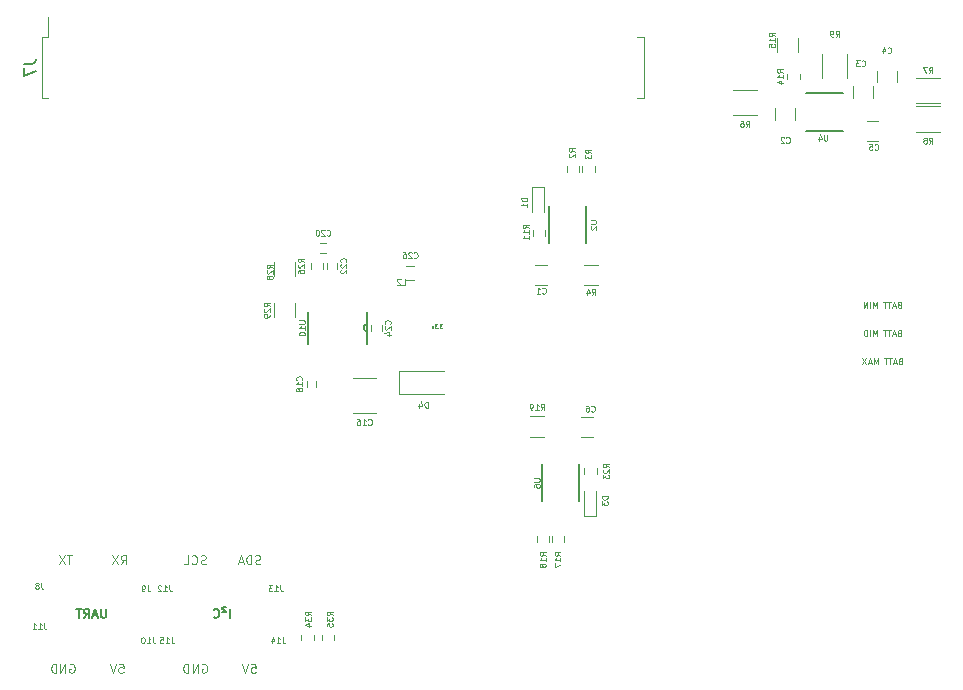
<source format=gbo>
G04 #@! TF.GenerationSoftware,KiCad,Pcbnew,(2017-02-06 revision 13395d34d)-master*
G04 #@! TF.CreationDate,2017-04-12T16:15:42-03:00*
G04 #@! TF.ProjectId,resin-rover,726573696E2D726F7665722E6B696361,rev?*
G04 #@! TF.FileFunction,Legend,Bot*
G04 #@! TF.FilePolarity,Positive*
%FSLAX46Y46*%
G04 Gerber Fmt 4.6, Leading zero omitted, Abs format (unit mm)*
G04 Created by KiCad (PCBNEW (2017-02-06 revision 13395d34d)-master) date Wed Apr 12 16:15:42 2017*
%MOMM*%
%LPD*%
G01*
G04 APERTURE LIST*
%ADD10C,0.100000*%
%ADD11C,0.125000*%
%ADD12C,0.187500*%
%ADD13C,0.152400*%
%ADD14C,0.120000*%
%ADD15C,0.150000*%
%ADD16C,0.075000*%
G04 APERTURE END LIST*
D10*
D11*
X152688095Y-83364285D02*
X152616666Y-83388095D01*
X152592857Y-83411904D01*
X152569047Y-83459523D01*
X152569047Y-83530952D01*
X152592857Y-83578571D01*
X152616666Y-83602380D01*
X152664285Y-83626190D01*
X152854761Y-83626190D01*
X152854761Y-83126190D01*
X152688095Y-83126190D01*
X152640476Y-83150000D01*
X152616666Y-83173809D01*
X152592857Y-83221428D01*
X152592857Y-83269047D01*
X152616666Y-83316666D01*
X152640476Y-83340476D01*
X152688095Y-83364285D01*
X152854761Y-83364285D01*
X152378571Y-83483333D02*
X152140476Y-83483333D01*
X152426190Y-83626190D02*
X152259523Y-83126190D01*
X152092857Y-83626190D01*
X151997619Y-83126190D02*
X151711904Y-83126190D01*
X151854761Y-83626190D02*
X151854761Y-83126190D01*
X151616666Y-83126190D02*
X151330952Y-83126190D01*
X151473809Y-83626190D02*
X151473809Y-83126190D01*
X150783333Y-83626190D02*
X150783333Y-83126190D01*
X150616666Y-83483333D01*
X150450000Y-83126190D01*
X150450000Y-83626190D01*
X150235714Y-83483333D02*
X149997619Y-83483333D01*
X150283333Y-83626190D02*
X150116666Y-83126190D01*
X149950000Y-83626190D01*
X149830952Y-83126190D02*
X149497619Y-83626190D01*
X149497619Y-83126190D02*
X149830952Y-83626190D01*
X152616666Y-78564285D02*
X152545238Y-78588095D01*
X152521428Y-78611904D01*
X152497619Y-78659523D01*
X152497619Y-78730952D01*
X152521428Y-78778571D01*
X152545238Y-78802380D01*
X152592857Y-78826190D01*
X152783333Y-78826190D01*
X152783333Y-78326190D01*
X152616666Y-78326190D01*
X152569047Y-78350000D01*
X152545238Y-78373809D01*
X152521428Y-78421428D01*
X152521428Y-78469047D01*
X152545238Y-78516666D01*
X152569047Y-78540476D01*
X152616666Y-78564285D01*
X152783333Y-78564285D01*
X152307142Y-78683333D02*
X152069047Y-78683333D01*
X152354761Y-78826190D02*
X152188095Y-78326190D01*
X152021428Y-78826190D01*
X151926190Y-78326190D02*
X151640476Y-78326190D01*
X151783333Y-78826190D02*
X151783333Y-78326190D01*
X151545238Y-78326190D02*
X151259523Y-78326190D01*
X151402380Y-78826190D02*
X151402380Y-78326190D01*
X150711904Y-78826190D02*
X150711904Y-78326190D01*
X150545238Y-78683333D01*
X150378571Y-78326190D01*
X150378571Y-78826190D01*
X150140476Y-78826190D02*
X150140476Y-78326190D01*
X149902380Y-78826190D02*
X149902380Y-78326190D01*
X149616666Y-78826190D01*
X149616666Y-78326190D01*
X152604761Y-80964285D02*
X152533333Y-80988095D01*
X152509523Y-81011904D01*
X152485714Y-81059523D01*
X152485714Y-81130952D01*
X152509523Y-81178571D01*
X152533333Y-81202380D01*
X152580952Y-81226190D01*
X152771428Y-81226190D01*
X152771428Y-80726190D01*
X152604761Y-80726190D01*
X152557142Y-80750000D01*
X152533333Y-80773809D01*
X152509523Y-80821428D01*
X152509523Y-80869047D01*
X152533333Y-80916666D01*
X152557142Y-80940476D01*
X152604761Y-80964285D01*
X152771428Y-80964285D01*
X152295238Y-81083333D02*
X152057142Y-81083333D01*
X152342857Y-81226190D02*
X152176190Y-80726190D01*
X152009523Y-81226190D01*
X151914285Y-80726190D02*
X151628571Y-80726190D01*
X151771428Y-81226190D02*
X151771428Y-80726190D01*
X151533333Y-80726190D02*
X151247619Y-80726190D01*
X151390476Y-81226190D02*
X151390476Y-80726190D01*
X150700000Y-81226190D02*
X150700000Y-80726190D01*
X150533333Y-81083333D01*
X150366666Y-80726190D01*
X150366666Y-81226190D01*
X150128571Y-81226190D02*
X150128571Y-80726190D01*
X149890476Y-81226190D02*
X149890476Y-80726190D01*
X149771428Y-80726190D01*
X149700000Y-80750000D01*
X149652380Y-80797619D01*
X149628571Y-80845238D01*
X149604761Y-80940476D01*
X149604761Y-81011904D01*
X149628571Y-81107142D01*
X149652380Y-81154761D01*
X149700000Y-81202380D01*
X149771428Y-81226190D01*
X149890476Y-81226190D01*
D12*
X85446428Y-104339285D02*
X85446428Y-104946428D01*
X85410714Y-105017857D01*
X85375000Y-105053571D01*
X85303571Y-105089285D01*
X85160714Y-105089285D01*
X85089285Y-105053571D01*
X85053571Y-105017857D01*
X85017857Y-104946428D01*
X85017857Y-104339285D01*
X84696428Y-104875000D02*
X84339285Y-104875000D01*
X84767857Y-105089285D02*
X84517857Y-104339285D01*
X84267857Y-105089285D01*
X83589285Y-105089285D02*
X83839285Y-104732142D01*
X84017857Y-105089285D02*
X84017857Y-104339285D01*
X83732142Y-104339285D01*
X83660714Y-104375000D01*
X83625000Y-104410714D01*
X83589285Y-104482142D01*
X83589285Y-104589285D01*
X83625000Y-104660714D01*
X83660714Y-104696428D01*
X83732142Y-104732142D01*
X84017857Y-104732142D01*
X83375000Y-104339285D02*
X82946428Y-104339285D01*
X83160714Y-105089285D02*
X83160714Y-104339285D01*
X95910714Y-105089285D02*
X95910714Y-104339285D01*
X95589285Y-104160714D02*
X95517857Y-104125000D01*
X95410714Y-104125000D01*
X95339285Y-104160714D01*
X95303571Y-104232142D01*
X95303571Y-104303571D01*
X95339285Y-104375000D01*
X95589285Y-104625000D01*
X95303571Y-104625000D01*
X94553571Y-105017857D02*
X94589285Y-105053571D01*
X94696428Y-105089285D01*
X94767857Y-105089285D01*
X94875000Y-105053571D01*
X94946428Y-104982142D01*
X94982142Y-104910714D01*
X95017857Y-104767857D01*
X95017857Y-104660714D01*
X94982142Y-104517857D01*
X94946428Y-104446428D01*
X94875000Y-104375000D01*
X94767857Y-104339285D01*
X94696428Y-104339285D01*
X94589285Y-104375000D01*
X94553571Y-104410714D01*
D11*
X98510714Y-100503571D02*
X98403571Y-100539285D01*
X98225000Y-100539285D01*
X98153571Y-100503571D01*
X98117857Y-100467857D01*
X98082142Y-100396428D01*
X98082142Y-100325000D01*
X98117857Y-100253571D01*
X98153571Y-100217857D01*
X98225000Y-100182142D01*
X98367857Y-100146428D01*
X98439285Y-100110714D01*
X98475000Y-100075000D01*
X98510714Y-100003571D01*
X98510714Y-99932142D01*
X98475000Y-99860714D01*
X98439285Y-99825000D01*
X98367857Y-99789285D01*
X98189285Y-99789285D01*
X98082142Y-99825000D01*
X97760714Y-100539285D02*
X97760714Y-99789285D01*
X97582142Y-99789285D01*
X97475000Y-99825000D01*
X97403571Y-99896428D01*
X97367857Y-99967857D01*
X97332142Y-100110714D01*
X97332142Y-100217857D01*
X97367857Y-100360714D01*
X97403571Y-100432142D01*
X97475000Y-100503571D01*
X97582142Y-100539285D01*
X97760714Y-100539285D01*
X97046428Y-100325000D02*
X96689285Y-100325000D01*
X97117857Y-100539285D02*
X96867857Y-99789285D01*
X96617857Y-100539285D01*
X93892857Y-100503571D02*
X93785714Y-100539285D01*
X93607142Y-100539285D01*
X93535714Y-100503571D01*
X93500000Y-100467857D01*
X93464285Y-100396428D01*
X93464285Y-100325000D01*
X93500000Y-100253571D01*
X93535714Y-100217857D01*
X93607142Y-100182142D01*
X93750000Y-100146428D01*
X93821428Y-100110714D01*
X93857142Y-100075000D01*
X93892857Y-100003571D01*
X93892857Y-99932142D01*
X93857142Y-99860714D01*
X93821428Y-99825000D01*
X93750000Y-99789285D01*
X93571428Y-99789285D01*
X93464285Y-99825000D01*
X92714285Y-100467857D02*
X92750000Y-100503571D01*
X92857142Y-100539285D01*
X92928571Y-100539285D01*
X93035714Y-100503571D01*
X93107142Y-100432142D01*
X93142857Y-100360714D01*
X93178571Y-100217857D01*
X93178571Y-100110714D01*
X93142857Y-99967857D01*
X93107142Y-99896428D01*
X93035714Y-99825000D01*
X92928571Y-99789285D01*
X92857142Y-99789285D01*
X92750000Y-99825000D01*
X92714285Y-99860714D01*
X92035714Y-100539285D02*
X92392857Y-100539285D01*
X92392857Y-99789285D01*
X93571428Y-109025000D02*
X93642857Y-108989285D01*
X93750000Y-108989285D01*
X93857142Y-109025000D01*
X93928571Y-109096428D01*
X93964285Y-109167857D01*
X94000000Y-109310714D01*
X94000000Y-109417857D01*
X93964285Y-109560714D01*
X93928571Y-109632142D01*
X93857142Y-109703571D01*
X93750000Y-109739285D01*
X93678571Y-109739285D01*
X93571428Y-109703571D01*
X93535714Y-109667857D01*
X93535714Y-109417857D01*
X93678571Y-109417857D01*
X93214285Y-109739285D02*
X93214285Y-108989285D01*
X92785714Y-109739285D01*
X92785714Y-108989285D01*
X92428571Y-109739285D02*
X92428571Y-108989285D01*
X92250000Y-108989285D01*
X92142857Y-109025000D01*
X92071428Y-109096428D01*
X92035714Y-109167857D01*
X92000000Y-109310714D01*
X92000000Y-109417857D01*
X92035714Y-109560714D01*
X92071428Y-109632142D01*
X92142857Y-109703571D01*
X92250000Y-109739285D01*
X92428571Y-109739285D01*
X97742857Y-108989285D02*
X98100000Y-108989285D01*
X98135714Y-109346428D01*
X98100000Y-109310714D01*
X98028571Y-109275000D01*
X97850000Y-109275000D01*
X97778571Y-109310714D01*
X97742857Y-109346428D01*
X97707142Y-109417857D01*
X97707142Y-109596428D01*
X97742857Y-109667857D01*
X97778571Y-109703571D01*
X97850000Y-109739285D01*
X98028571Y-109739285D01*
X98100000Y-109703571D01*
X98135714Y-109667857D01*
X97492857Y-108989285D02*
X97242857Y-109739285D01*
X96992857Y-108989285D01*
X82371428Y-109025000D02*
X82442857Y-108989285D01*
X82550000Y-108989285D01*
X82657142Y-109025000D01*
X82728571Y-109096428D01*
X82764285Y-109167857D01*
X82800000Y-109310714D01*
X82800000Y-109417857D01*
X82764285Y-109560714D01*
X82728571Y-109632142D01*
X82657142Y-109703571D01*
X82550000Y-109739285D01*
X82478571Y-109739285D01*
X82371428Y-109703571D01*
X82335714Y-109667857D01*
X82335714Y-109417857D01*
X82478571Y-109417857D01*
X82014285Y-109739285D02*
X82014285Y-108989285D01*
X81585714Y-109739285D01*
X81585714Y-108989285D01*
X81228571Y-109739285D02*
X81228571Y-108989285D01*
X81050000Y-108989285D01*
X80942857Y-109025000D01*
X80871428Y-109096428D01*
X80835714Y-109167857D01*
X80800000Y-109310714D01*
X80800000Y-109417857D01*
X80835714Y-109560714D01*
X80871428Y-109632142D01*
X80942857Y-109703571D01*
X81050000Y-109739285D01*
X81228571Y-109739285D01*
X86542857Y-108989285D02*
X86900000Y-108989285D01*
X86935714Y-109346428D01*
X86900000Y-109310714D01*
X86828571Y-109275000D01*
X86650000Y-109275000D01*
X86578571Y-109310714D01*
X86542857Y-109346428D01*
X86507142Y-109417857D01*
X86507142Y-109596428D01*
X86542857Y-109667857D01*
X86578571Y-109703571D01*
X86650000Y-109739285D01*
X86828571Y-109739285D01*
X86900000Y-109703571D01*
X86935714Y-109667857D01*
X86292857Y-108989285D02*
X86042857Y-109739285D01*
X85792857Y-108989285D01*
X86725000Y-100539285D02*
X86975000Y-100182142D01*
X87153571Y-100539285D02*
X87153571Y-99789285D01*
X86867857Y-99789285D01*
X86796428Y-99825000D01*
X86760714Y-99860714D01*
X86725000Y-99932142D01*
X86725000Y-100039285D01*
X86760714Y-100110714D01*
X86796428Y-100146428D01*
X86867857Y-100182142D01*
X87153571Y-100182142D01*
X86475000Y-99789285D02*
X85975000Y-100539285D01*
X85975000Y-99789285D02*
X86475000Y-100539285D01*
X82571428Y-99789285D02*
X82142857Y-99789285D01*
X82357142Y-100539285D02*
X82357142Y-99789285D01*
X81964285Y-99789285D02*
X81464285Y-100539285D01*
X81464285Y-99789285D02*
X81964285Y-100539285D01*
D13*
X126049400Y-70250600D02*
X126049400Y-73349400D01*
X122950600Y-73349400D02*
X122950600Y-70250600D01*
X122400600Y-95199400D02*
X122400600Y-92100600D01*
X125499400Y-92100600D02*
X125499400Y-95199400D01*
D14*
X121750000Y-75200000D02*
X122750000Y-75200000D01*
X122750000Y-76900000D02*
X121750000Y-76900000D01*
X143800000Y-61950000D02*
X143800000Y-62950000D01*
X142100000Y-62950000D02*
X142100000Y-61950000D01*
X150400000Y-60050000D02*
X150400000Y-61050000D01*
X148700000Y-61050000D02*
X148700000Y-60050000D01*
X152400000Y-58750000D02*
X152400000Y-59750000D01*
X150700000Y-59750000D02*
X150700000Y-58750000D01*
X150850000Y-64700000D02*
X149850000Y-64700000D01*
X149850000Y-63000000D02*
X150850000Y-63000000D01*
X126700000Y-89750000D02*
X125700000Y-89750000D01*
X125700000Y-88050000D02*
X126700000Y-88050000D01*
X106325000Y-84795000D02*
X108325000Y-84795000D01*
X108325000Y-87755000D02*
X106325000Y-87755000D01*
X102425000Y-85025000D02*
X102425000Y-85525000D01*
X103225000Y-85525000D02*
X103225000Y-85025000D01*
X103575000Y-74175000D02*
X104075000Y-74175000D01*
X104075000Y-73375000D02*
X103575000Y-73375000D01*
X104175000Y-75025000D02*
X104175000Y-75525000D01*
X104975000Y-75525000D02*
X104975000Y-75025000D01*
X107855000Y-80775000D02*
X107855000Y-80275000D01*
X108795000Y-80275000D02*
X108795000Y-80775000D01*
X110850000Y-76500000D02*
X111550000Y-76500000D01*
X111550000Y-75300000D02*
X110850000Y-75300000D01*
X121500000Y-68600000D02*
X122500000Y-68600000D01*
X122500000Y-68600000D02*
X122500000Y-70700000D01*
X121500000Y-68600000D02*
X121500000Y-70700000D01*
X126950000Y-96450000D02*
X125950000Y-96450000D01*
X125950000Y-96450000D02*
X125950000Y-94350000D01*
X126950000Y-96450000D02*
X126950000Y-94350000D01*
X110250000Y-86150000D02*
X114100000Y-86150000D01*
X110250000Y-84150000D02*
X114100000Y-84150000D01*
X110250000Y-86150000D02*
X110250000Y-84150000D01*
X80570000Y-54230000D02*
X80570000Y-55900000D01*
X130960000Y-61100000D02*
X130430000Y-61100000D01*
X130960000Y-55900000D02*
X130960000Y-61100000D01*
X130430000Y-55900000D02*
X130960000Y-55900000D01*
X80040000Y-61100000D02*
X80570000Y-61100000D01*
X80040000Y-55900000D02*
X80040000Y-61100000D01*
X80570000Y-55900000D02*
X80040000Y-55900000D01*
X124470000Y-67350000D02*
X124470000Y-66850000D01*
X125530000Y-66850000D02*
X125530000Y-67350000D01*
X126830000Y-66850000D02*
X126830000Y-67350000D01*
X125770000Y-67350000D02*
X125770000Y-66850000D01*
X127100000Y-75170000D02*
X125900000Y-75170000D01*
X125900000Y-76930000D02*
X127100000Y-76930000D01*
X138550000Y-62520000D02*
X140550000Y-62520000D01*
X140550000Y-60380000D02*
X138550000Y-60380000D01*
X156050000Y-59380000D02*
X154050000Y-59380000D01*
X154050000Y-61520000D02*
X156050000Y-61520000D01*
X156050000Y-61780000D02*
X154050000Y-61780000D01*
X154050000Y-63920000D02*
X156050000Y-63920000D01*
X148220000Y-59350000D02*
X148220000Y-57350000D01*
X146080000Y-57350000D02*
X146080000Y-59350000D01*
X121570000Y-72750000D02*
X121570000Y-72250000D01*
X122630000Y-72250000D02*
X122630000Y-72750000D01*
X143120000Y-59500000D02*
X143120000Y-59000000D01*
X144180000Y-59000000D02*
X144180000Y-59500000D01*
X144030000Y-57150000D02*
X144030000Y-55950000D01*
X142270000Y-55950000D02*
X142270000Y-57150000D01*
X123170000Y-98650000D02*
X123170000Y-98150000D01*
X124230000Y-98150000D02*
X124230000Y-98650000D01*
X122980000Y-98150000D02*
X122980000Y-98650000D01*
X121920000Y-98650000D02*
X121920000Y-98150000D01*
X121350000Y-89780000D02*
X122550000Y-89780000D01*
X122550000Y-88020000D02*
X121350000Y-88020000D01*
X125920000Y-92900000D02*
X125920000Y-92400000D01*
X126980000Y-92400000D02*
X126980000Y-92900000D01*
X102795000Y-75525000D02*
X102795000Y-75025000D01*
X103855000Y-75025000D02*
X103855000Y-75525000D01*
X101455000Y-76125000D02*
X101455000Y-74925000D01*
X99695000Y-74925000D02*
X99695000Y-76125000D01*
X99695000Y-78425000D02*
X99695000Y-79625000D01*
X101455000Y-79625000D02*
X101455000Y-78425000D01*
X103030000Y-106500000D02*
X103030000Y-107000000D01*
X101970000Y-107000000D02*
X101970000Y-106500000D01*
X103720000Y-107000000D02*
X103720000Y-106500000D01*
X104780000Y-106500000D02*
X104780000Y-107000000D01*
D13*
X147874800Y-63824800D02*
X144725200Y-63824800D01*
X144725200Y-60675200D02*
X147874800Y-60675200D01*
X102585800Y-81896600D02*
X102585800Y-79153400D01*
X107564200Y-79153400D02*
X107564200Y-80220200D01*
X107564200Y-80220200D02*
X107564200Y-80829800D01*
X107564200Y-80829800D02*
X107564200Y-81896600D01*
X107564200Y-80220200D02*
G75*
G03X107564200Y-80829800I0J-304800D01*
G01*
D11*
X126476190Y-71419047D02*
X126880952Y-71419047D01*
X126928571Y-71442857D01*
X126952380Y-71466666D01*
X126976190Y-71514285D01*
X126976190Y-71609523D01*
X126952380Y-71657142D01*
X126928571Y-71680952D01*
X126880952Y-71704761D01*
X126476190Y-71704761D01*
X126523809Y-71919047D02*
X126500000Y-71942857D01*
X126476190Y-71990476D01*
X126476190Y-72109523D01*
X126500000Y-72157142D01*
X126523809Y-72180952D01*
X126571428Y-72204761D01*
X126619047Y-72204761D01*
X126690476Y-72180952D01*
X126976190Y-71895238D01*
X126976190Y-72204761D01*
X121676190Y-93269047D02*
X122080952Y-93269047D01*
X122128571Y-93292857D01*
X122152380Y-93316666D01*
X122176190Y-93364285D01*
X122176190Y-93459523D01*
X122152380Y-93507142D01*
X122128571Y-93530952D01*
X122080952Y-93554761D01*
X121676190Y-93554761D01*
X121676190Y-94007142D02*
X121676190Y-93911904D01*
X121700000Y-93864285D01*
X121723809Y-93840476D01*
X121795238Y-93792857D01*
X121890476Y-93769047D01*
X122080952Y-93769047D01*
X122128571Y-93792857D01*
X122152380Y-93816666D01*
X122176190Y-93864285D01*
X122176190Y-93959523D01*
X122152380Y-94007142D01*
X122128571Y-94030952D01*
X122080952Y-94054761D01*
X121961904Y-94054761D01*
X121914285Y-94030952D01*
X121890476Y-94007142D01*
X121866666Y-93959523D01*
X121866666Y-93864285D01*
X121890476Y-93816666D01*
X121914285Y-93792857D01*
X121961904Y-93769047D01*
X122383333Y-77578571D02*
X122407142Y-77602380D01*
X122478571Y-77626190D01*
X122526190Y-77626190D01*
X122597619Y-77602380D01*
X122645238Y-77554761D01*
X122669047Y-77507142D01*
X122692857Y-77411904D01*
X122692857Y-77340476D01*
X122669047Y-77245238D01*
X122645238Y-77197619D01*
X122597619Y-77150000D01*
X122526190Y-77126190D01*
X122478571Y-77126190D01*
X122407142Y-77150000D01*
X122383333Y-77173809D01*
X121907142Y-77626190D02*
X122192857Y-77626190D01*
X122050000Y-77626190D02*
X122050000Y-77126190D01*
X122097619Y-77197619D01*
X122145238Y-77245238D01*
X122192857Y-77269047D01*
X143033333Y-64828571D02*
X143057142Y-64852380D01*
X143128571Y-64876190D01*
X143176190Y-64876190D01*
X143247619Y-64852380D01*
X143295238Y-64804761D01*
X143319047Y-64757142D01*
X143342857Y-64661904D01*
X143342857Y-64590476D01*
X143319047Y-64495238D01*
X143295238Y-64447619D01*
X143247619Y-64400000D01*
X143176190Y-64376190D01*
X143128571Y-64376190D01*
X143057142Y-64400000D01*
X143033333Y-64423809D01*
X142842857Y-64423809D02*
X142819047Y-64400000D01*
X142771428Y-64376190D01*
X142652380Y-64376190D01*
X142604761Y-64400000D01*
X142580952Y-64423809D01*
X142557142Y-64471428D01*
X142557142Y-64519047D01*
X142580952Y-64590476D01*
X142866666Y-64876190D01*
X142557142Y-64876190D01*
X149433333Y-58328571D02*
X149457142Y-58352380D01*
X149528571Y-58376190D01*
X149576190Y-58376190D01*
X149647619Y-58352380D01*
X149695238Y-58304761D01*
X149719047Y-58257142D01*
X149742857Y-58161904D01*
X149742857Y-58090476D01*
X149719047Y-57995238D01*
X149695238Y-57947619D01*
X149647619Y-57900000D01*
X149576190Y-57876190D01*
X149528571Y-57876190D01*
X149457142Y-57900000D01*
X149433333Y-57923809D01*
X149266666Y-57876190D02*
X148957142Y-57876190D01*
X149123809Y-58066666D01*
X149052380Y-58066666D01*
X149004761Y-58090476D01*
X148980952Y-58114285D01*
X148957142Y-58161904D01*
X148957142Y-58280952D01*
X148980952Y-58328571D01*
X149004761Y-58352380D01*
X149052380Y-58376190D01*
X149195238Y-58376190D01*
X149242857Y-58352380D01*
X149266666Y-58328571D01*
X151633333Y-57228571D02*
X151657142Y-57252380D01*
X151728571Y-57276190D01*
X151776190Y-57276190D01*
X151847619Y-57252380D01*
X151895238Y-57204761D01*
X151919047Y-57157142D01*
X151942857Y-57061904D01*
X151942857Y-56990476D01*
X151919047Y-56895238D01*
X151895238Y-56847619D01*
X151847619Y-56800000D01*
X151776190Y-56776190D01*
X151728571Y-56776190D01*
X151657142Y-56800000D01*
X151633333Y-56823809D01*
X151204761Y-56942857D02*
X151204761Y-57276190D01*
X151323809Y-56752380D02*
X151442857Y-57109523D01*
X151133333Y-57109523D01*
X150533333Y-65428571D02*
X150557142Y-65452380D01*
X150628571Y-65476190D01*
X150676190Y-65476190D01*
X150747619Y-65452380D01*
X150795238Y-65404761D01*
X150819047Y-65357142D01*
X150842857Y-65261904D01*
X150842857Y-65190476D01*
X150819047Y-65095238D01*
X150795238Y-65047619D01*
X150747619Y-65000000D01*
X150676190Y-64976190D01*
X150628571Y-64976190D01*
X150557142Y-65000000D01*
X150533333Y-65023809D01*
X150080952Y-64976190D02*
X150319047Y-64976190D01*
X150342857Y-65214285D01*
X150319047Y-65190476D01*
X150271428Y-65166666D01*
X150152380Y-65166666D01*
X150104761Y-65190476D01*
X150080952Y-65214285D01*
X150057142Y-65261904D01*
X150057142Y-65380952D01*
X150080952Y-65428571D01*
X150104761Y-65452380D01*
X150152380Y-65476190D01*
X150271428Y-65476190D01*
X150319047Y-65452380D01*
X150342857Y-65428571D01*
X126533333Y-87578571D02*
X126557142Y-87602380D01*
X126628571Y-87626190D01*
X126676190Y-87626190D01*
X126747619Y-87602380D01*
X126795238Y-87554761D01*
X126819047Y-87507142D01*
X126842857Y-87411904D01*
X126842857Y-87340476D01*
X126819047Y-87245238D01*
X126795238Y-87197619D01*
X126747619Y-87150000D01*
X126676190Y-87126190D01*
X126628571Y-87126190D01*
X126557142Y-87150000D01*
X126533333Y-87173809D01*
X126104761Y-87126190D02*
X126200000Y-87126190D01*
X126247619Y-87150000D01*
X126271428Y-87173809D01*
X126319047Y-87245238D01*
X126342857Y-87340476D01*
X126342857Y-87530952D01*
X126319047Y-87578571D01*
X126295238Y-87602380D01*
X126247619Y-87626190D01*
X126152380Y-87626190D01*
X126104761Y-87602380D01*
X126080952Y-87578571D01*
X126057142Y-87530952D01*
X126057142Y-87411904D01*
X126080952Y-87364285D01*
X126104761Y-87340476D01*
X126152380Y-87316666D01*
X126247619Y-87316666D01*
X126295238Y-87340476D01*
X126319047Y-87364285D01*
X126342857Y-87411904D01*
X107646428Y-88703571D02*
X107670238Y-88727380D01*
X107741666Y-88751190D01*
X107789285Y-88751190D01*
X107860714Y-88727380D01*
X107908333Y-88679761D01*
X107932142Y-88632142D01*
X107955952Y-88536904D01*
X107955952Y-88465476D01*
X107932142Y-88370238D01*
X107908333Y-88322619D01*
X107860714Y-88275000D01*
X107789285Y-88251190D01*
X107741666Y-88251190D01*
X107670238Y-88275000D01*
X107646428Y-88298809D01*
X107170238Y-88751190D02*
X107455952Y-88751190D01*
X107313095Y-88751190D02*
X107313095Y-88251190D01*
X107360714Y-88322619D01*
X107408333Y-88370238D01*
X107455952Y-88394047D01*
X106741666Y-88251190D02*
X106836904Y-88251190D01*
X106884523Y-88275000D01*
X106908333Y-88298809D01*
X106955952Y-88370238D01*
X106979761Y-88465476D01*
X106979761Y-88655952D01*
X106955952Y-88703571D01*
X106932142Y-88727380D01*
X106884523Y-88751190D01*
X106789285Y-88751190D01*
X106741666Y-88727380D01*
X106717857Y-88703571D01*
X106694047Y-88655952D01*
X106694047Y-88536904D01*
X106717857Y-88489285D01*
X106741666Y-88465476D01*
X106789285Y-88441666D01*
X106884523Y-88441666D01*
X106932142Y-88465476D01*
X106955952Y-88489285D01*
X106979761Y-88536904D01*
X102003571Y-84953571D02*
X102027380Y-84929761D01*
X102051190Y-84858333D01*
X102051190Y-84810714D01*
X102027380Y-84739285D01*
X101979761Y-84691666D01*
X101932142Y-84667857D01*
X101836904Y-84644047D01*
X101765476Y-84644047D01*
X101670238Y-84667857D01*
X101622619Y-84691666D01*
X101575000Y-84739285D01*
X101551190Y-84810714D01*
X101551190Y-84858333D01*
X101575000Y-84929761D01*
X101598809Y-84953571D01*
X102051190Y-85429761D02*
X102051190Y-85144047D01*
X102051190Y-85286904D02*
X101551190Y-85286904D01*
X101622619Y-85239285D01*
X101670238Y-85191666D01*
X101694047Y-85144047D01*
X101765476Y-85715476D02*
X101741666Y-85667857D01*
X101717857Y-85644047D01*
X101670238Y-85620238D01*
X101646428Y-85620238D01*
X101598809Y-85644047D01*
X101575000Y-85667857D01*
X101551190Y-85715476D01*
X101551190Y-85810714D01*
X101575000Y-85858333D01*
X101598809Y-85882142D01*
X101646428Y-85905952D01*
X101670238Y-85905952D01*
X101717857Y-85882142D01*
X101741666Y-85858333D01*
X101765476Y-85810714D01*
X101765476Y-85715476D01*
X101789285Y-85667857D01*
X101813095Y-85644047D01*
X101860714Y-85620238D01*
X101955952Y-85620238D01*
X102003571Y-85644047D01*
X102027380Y-85667857D01*
X102051190Y-85715476D01*
X102051190Y-85810714D01*
X102027380Y-85858333D01*
X102003571Y-85882142D01*
X101955952Y-85905952D01*
X101860714Y-85905952D01*
X101813095Y-85882142D01*
X101789285Y-85858333D01*
X101765476Y-85810714D01*
X104146428Y-72683571D02*
X104170238Y-72707380D01*
X104241666Y-72731190D01*
X104289285Y-72731190D01*
X104360714Y-72707380D01*
X104408333Y-72659761D01*
X104432142Y-72612142D01*
X104455952Y-72516904D01*
X104455952Y-72445476D01*
X104432142Y-72350238D01*
X104408333Y-72302619D01*
X104360714Y-72255000D01*
X104289285Y-72231190D01*
X104241666Y-72231190D01*
X104170238Y-72255000D01*
X104146428Y-72278809D01*
X103955952Y-72278809D02*
X103932142Y-72255000D01*
X103884523Y-72231190D01*
X103765476Y-72231190D01*
X103717857Y-72255000D01*
X103694047Y-72278809D01*
X103670238Y-72326428D01*
X103670238Y-72374047D01*
X103694047Y-72445476D01*
X103979761Y-72731190D01*
X103670238Y-72731190D01*
X103360714Y-72231190D02*
X103313095Y-72231190D01*
X103265476Y-72255000D01*
X103241666Y-72278809D01*
X103217857Y-72326428D01*
X103194047Y-72421666D01*
X103194047Y-72540714D01*
X103217857Y-72635952D01*
X103241666Y-72683571D01*
X103265476Y-72707380D01*
X103313095Y-72731190D01*
X103360714Y-72731190D01*
X103408333Y-72707380D01*
X103432142Y-72683571D01*
X103455952Y-72635952D01*
X103479761Y-72540714D01*
X103479761Y-72421666D01*
X103455952Y-72326428D01*
X103432142Y-72278809D01*
X103408333Y-72255000D01*
X103360714Y-72231190D01*
X105753571Y-74953571D02*
X105777380Y-74929761D01*
X105801190Y-74858333D01*
X105801190Y-74810714D01*
X105777380Y-74739285D01*
X105729761Y-74691666D01*
X105682142Y-74667857D01*
X105586904Y-74644047D01*
X105515476Y-74644047D01*
X105420238Y-74667857D01*
X105372619Y-74691666D01*
X105325000Y-74739285D01*
X105301190Y-74810714D01*
X105301190Y-74858333D01*
X105325000Y-74929761D01*
X105348809Y-74953571D01*
X105348809Y-75144047D02*
X105325000Y-75167857D01*
X105301190Y-75215476D01*
X105301190Y-75334523D01*
X105325000Y-75382142D01*
X105348809Y-75405952D01*
X105396428Y-75429761D01*
X105444047Y-75429761D01*
X105515476Y-75405952D01*
X105801190Y-75120238D01*
X105801190Y-75429761D01*
X105348809Y-75620238D02*
X105325000Y-75644047D01*
X105301190Y-75691666D01*
X105301190Y-75810714D01*
X105325000Y-75858333D01*
X105348809Y-75882142D01*
X105396428Y-75905952D01*
X105444047Y-75905952D01*
X105515476Y-75882142D01*
X105801190Y-75596428D01*
X105801190Y-75905952D01*
X109503571Y-80203571D02*
X109527380Y-80179761D01*
X109551190Y-80108333D01*
X109551190Y-80060714D01*
X109527380Y-79989285D01*
X109479761Y-79941666D01*
X109432142Y-79917857D01*
X109336904Y-79894047D01*
X109265476Y-79894047D01*
X109170238Y-79917857D01*
X109122619Y-79941666D01*
X109075000Y-79989285D01*
X109051190Y-80060714D01*
X109051190Y-80108333D01*
X109075000Y-80179761D01*
X109098809Y-80203571D01*
X109098809Y-80394047D02*
X109075000Y-80417857D01*
X109051190Y-80465476D01*
X109051190Y-80584523D01*
X109075000Y-80632142D01*
X109098809Y-80655952D01*
X109146428Y-80679761D01*
X109194047Y-80679761D01*
X109265476Y-80655952D01*
X109551190Y-80370238D01*
X109551190Y-80679761D01*
X109217857Y-81108333D02*
X109551190Y-81108333D01*
X109027380Y-80989285D02*
X109384523Y-80870238D01*
X109384523Y-81179761D01*
X111521428Y-74578571D02*
X111545238Y-74602380D01*
X111616666Y-74626190D01*
X111664285Y-74626190D01*
X111735714Y-74602380D01*
X111783333Y-74554761D01*
X111807142Y-74507142D01*
X111830952Y-74411904D01*
X111830952Y-74340476D01*
X111807142Y-74245238D01*
X111783333Y-74197619D01*
X111735714Y-74150000D01*
X111664285Y-74126190D01*
X111616666Y-74126190D01*
X111545238Y-74150000D01*
X111521428Y-74173809D01*
X111330952Y-74173809D02*
X111307142Y-74150000D01*
X111259523Y-74126190D01*
X111140476Y-74126190D01*
X111092857Y-74150000D01*
X111069047Y-74173809D01*
X111045238Y-74221428D01*
X111045238Y-74269047D01*
X111069047Y-74340476D01*
X111354761Y-74626190D01*
X111045238Y-74626190D01*
X110616666Y-74126190D02*
X110711904Y-74126190D01*
X110759523Y-74150000D01*
X110783333Y-74173809D01*
X110830952Y-74245238D01*
X110854761Y-74340476D01*
X110854761Y-74530952D01*
X110830952Y-74578571D01*
X110807142Y-74602380D01*
X110759523Y-74626190D01*
X110664285Y-74626190D01*
X110616666Y-74602380D01*
X110592857Y-74578571D01*
X110569047Y-74530952D01*
X110569047Y-74411904D01*
X110592857Y-74364285D01*
X110616666Y-74340476D01*
X110664285Y-74316666D01*
X110759523Y-74316666D01*
X110807142Y-74340476D01*
X110830952Y-74364285D01*
X110854761Y-74411904D01*
X121126190Y-69530952D02*
X120626190Y-69530952D01*
X120626190Y-69650000D01*
X120650000Y-69721428D01*
X120697619Y-69769047D01*
X120745238Y-69792857D01*
X120840476Y-69816666D01*
X120911904Y-69816666D01*
X121007142Y-69792857D01*
X121054761Y-69769047D01*
X121102380Y-69721428D01*
X121126190Y-69650000D01*
X121126190Y-69530952D01*
X121126190Y-70292857D02*
X121126190Y-70007142D01*
X121126190Y-70150000D02*
X120626190Y-70150000D01*
X120697619Y-70102380D01*
X120745238Y-70054761D01*
X120769047Y-70007142D01*
X127926190Y-94780952D02*
X127426190Y-94780952D01*
X127426190Y-94900000D01*
X127450000Y-94971428D01*
X127497619Y-95019047D01*
X127545238Y-95042857D01*
X127640476Y-95066666D01*
X127711904Y-95066666D01*
X127807142Y-95042857D01*
X127854761Y-95019047D01*
X127902380Y-94971428D01*
X127926190Y-94900000D01*
X127926190Y-94780952D01*
X127426190Y-95233333D02*
X127426190Y-95542857D01*
X127616666Y-95376190D01*
X127616666Y-95447619D01*
X127640476Y-95495238D01*
X127664285Y-95519047D01*
X127711904Y-95542857D01*
X127830952Y-95542857D01*
X127878571Y-95519047D01*
X127902380Y-95495238D01*
X127926190Y-95447619D01*
X127926190Y-95304761D01*
X127902380Y-95257142D01*
X127878571Y-95233333D01*
X112692047Y-87281190D02*
X112692047Y-86781190D01*
X112573000Y-86781190D01*
X112501571Y-86805000D01*
X112453952Y-86852619D01*
X112430142Y-86900238D01*
X112406333Y-86995476D01*
X112406333Y-87066904D01*
X112430142Y-87162142D01*
X112453952Y-87209761D01*
X112501571Y-87257380D01*
X112573000Y-87281190D01*
X112692047Y-87281190D01*
X111977761Y-86947857D02*
X111977761Y-87281190D01*
X112096809Y-86757380D02*
X112215857Y-87114523D01*
X111906333Y-87114523D01*
D15*
X78492380Y-58166666D02*
X79206666Y-58166666D01*
X79349523Y-58119047D01*
X79444761Y-58023809D01*
X79492380Y-57880952D01*
X79492380Y-57785714D01*
X78492380Y-58547619D02*
X78492380Y-59214285D01*
X79492380Y-58785714D01*
D11*
X110533333Y-76876190D02*
X110771428Y-76876190D01*
X110771428Y-76376190D01*
X110390476Y-76423809D02*
X110366666Y-76400000D01*
X110319047Y-76376190D01*
X110200000Y-76376190D01*
X110152380Y-76400000D01*
X110128571Y-76423809D01*
X110104761Y-76471428D01*
X110104761Y-76519047D01*
X110128571Y-76590476D01*
X110414285Y-76876190D01*
X110104761Y-76876190D01*
D16*
X113900000Y-80235714D02*
X113714285Y-80235714D01*
X113814285Y-80350000D01*
X113771428Y-80350000D01*
X113742857Y-80364285D01*
X113728571Y-80378571D01*
X113714285Y-80407142D01*
X113714285Y-80478571D01*
X113728571Y-80507142D01*
X113742857Y-80521428D01*
X113771428Y-80535714D01*
X113857142Y-80535714D01*
X113885714Y-80521428D01*
X113900000Y-80507142D01*
X113585714Y-80507142D02*
X113571428Y-80521428D01*
X113585714Y-80535714D01*
X113600000Y-80521428D01*
X113585714Y-80507142D01*
X113585714Y-80535714D01*
X113471428Y-80235714D02*
X113285714Y-80235714D01*
X113385714Y-80350000D01*
X113342857Y-80350000D01*
X113314285Y-80364285D01*
X113300000Y-80378571D01*
X113285714Y-80407142D01*
X113285714Y-80478571D01*
X113300000Y-80507142D01*
X113314285Y-80521428D01*
X113342857Y-80535714D01*
X113428571Y-80535714D01*
X113457142Y-80521428D01*
X113471428Y-80507142D01*
X113028571Y-80335714D02*
X113028571Y-80535714D01*
X113157142Y-80335714D02*
X113157142Y-80492857D01*
X113142857Y-80521428D01*
X113114285Y-80535714D01*
X113071428Y-80535714D01*
X113042857Y-80521428D01*
X113028571Y-80507142D01*
D11*
X125126190Y-65616666D02*
X124888095Y-65450000D01*
X125126190Y-65330952D02*
X124626190Y-65330952D01*
X124626190Y-65521428D01*
X124650000Y-65569047D01*
X124673809Y-65592857D01*
X124721428Y-65616666D01*
X124792857Y-65616666D01*
X124840476Y-65592857D01*
X124864285Y-65569047D01*
X124888095Y-65521428D01*
X124888095Y-65330952D01*
X124673809Y-65807142D02*
X124650000Y-65830952D01*
X124626190Y-65878571D01*
X124626190Y-65997619D01*
X124650000Y-66045238D01*
X124673809Y-66069047D01*
X124721428Y-66092857D01*
X124769047Y-66092857D01*
X124840476Y-66069047D01*
X125126190Y-65783333D01*
X125126190Y-66092857D01*
X126526190Y-65716666D02*
X126288095Y-65550000D01*
X126526190Y-65430952D02*
X126026190Y-65430952D01*
X126026190Y-65621428D01*
X126050000Y-65669047D01*
X126073809Y-65692857D01*
X126121428Y-65716666D01*
X126192857Y-65716666D01*
X126240476Y-65692857D01*
X126264285Y-65669047D01*
X126288095Y-65621428D01*
X126288095Y-65430952D01*
X126026190Y-65883333D02*
X126026190Y-66192857D01*
X126216666Y-66026190D01*
X126216666Y-66097619D01*
X126240476Y-66145238D01*
X126264285Y-66169047D01*
X126311904Y-66192857D01*
X126430952Y-66192857D01*
X126478571Y-66169047D01*
X126502380Y-66145238D01*
X126526190Y-66097619D01*
X126526190Y-65954761D01*
X126502380Y-65907142D01*
X126478571Y-65883333D01*
X126583333Y-77726190D02*
X126750000Y-77488095D01*
X126869047Y-77726190D02*
X126869047Y-77226190D01*
X126678571Y-77226190D01*
X126630952Y-77250000D01*
X126607142Y-77273809D01*
X126583333Y-77321428D01*
X126583333Y-77392857D01*
X126607142Y-77440476D01*
X126630952Y-77464285D01*
X126678571Y-77488095D01*
X126869047Y-77488095D01*
X126154761Y-77392857D02*
X126154761Y-77726190D01*
X126273809Y-77202380D02*
X126392857Y-77559523D01*
X126083333Y-77559523D01*
X139633333Y-63526190D02*
X139800000Y-63288095D01*
X139919047Y-63526190D02*
X139919047Y-63026190D01*
X139728571Y-63026190D01*
X139680952Y-63050000D01*
X139657142Y-63073809D01*
X139633333Y-63121428D01*
X139633333Y-63192857D01*
X139657142Y-63240476D01*
X139680952Y-63264285D01*
X139728571Y-63288095D01*
X139919047Y-63288095D01*
X139204761Y-63026190D02*
X139300000Y-63026190D01*
X139347619Y-63050000D01*
X139371428Y-63073809D01*
X139419047Y-63145238D01*
X139442857Y-63240476D01*
X139442857Y-63430952D01*
X139419047Y-63478571D01*
X139395238Y-63502380D01*
X139347619Y-63526190D01*
X139252380Y-63526190D01*
X139204761Y-63502380D01*
X139180952Y-63478571D01*
X139157142Y-63430952D01*
X139157142Y-63311904D01*
X139180952Y-63264285D01*
X139204761Y-63240476D01*
X139252380Y-63216666D01*
X139347619Y-63216666D01*
X139395238Y-63240476D01*
X139419047Y-63264285D01*
X139442857Y-63311904D01*
X155133333Y-58976190D02*
X155300000Y-58738095D01*
X155419047Y-58976190D02*
X155419047Y-58476190D01*
X155228571Y-58476190D01*
X155180952Y-58500000D01*
X155157142Y-58523809D01*
X155133333Y-58571428D01*
X155133333Y-58642857D01*
X155157142Y-58690476D01*
X155180952Y-58714285D01*
X155228571Y-58738095D01*
X155419047Y-58738095D01*
X154966666Y-58476190D02*
X154633333Y-58476190D01*
X154847619Y-58976190D01*
X155133333Y-64926190D02*
X155300000Y-64688095D01*
X155419047Y-64926190D02*
X155419047Y-64426190D01*
X155228571Y-64426190D01*
X155180952Y-64450000D01*
X155157142Y-64473809D01*
X155133333Y-64521428D01*
X155133333Y-64592857D01*
X155157142Y-64640476D01*
X155180952Y-64664285D01*
X155228571Y-64688095D01*
X155419047Y-64688095D01*
X154847619Y-64640476D02*
X154895238Y-64616666D01*
X154919047Y-64592857D01*
X154942857Y-64545238D01*
X154942857Y-64521428D01*
X154919047Y-64473809D01*
X154895238Y-64450000D01*
X154847619Y-64426190D01*
X154752380Y-64426190D01*
X154704761Y-64450000D01*
X154680952Y-64473809D01*
X154657142Y-64521428D01*
X154657142Y-64545238D01*
X154680952Y-64592857D01*
X154704761Y-64616666D01*
X154752380Y-64640476D01*
X154847619Y-64640476D01*
X154895238Y-64664285D01*
X154919047Y-64688095D01*
X154942857Y-64735714D01*
X154942857Y-64830952D01*
X154919047Y-64878571D01*
X154895238Y-64902380D01*
X154847619Y-64926190D01*
X154752380Y-64926190D01*
X154704761Y-64902380D01*
X154680952Y-64878571D01*
X154657142Y-64830952D01*
X154657142Y-64735714D01*
X154680952Y-64688095D01*
X154704761Y-64664285D01*
X154752380Y-64640476D01*
X147233333Y-55876190D02*
X147400000Y-55638095D01*
X147519047Y-55876190D02*
X147519047Y-55376190D01*
X147328571Y-55376190D01*
X147280952Y-55400000D01*
X147257142Y-55423809D01*
X147233333Y-55471428D01*
X147233333Y-55542857D01*
X147257142Y-55590476D01*
X147280952Y-55614285D01*
X147328571Y-55638095D01*
X147519047Y-55638095D01*
X146995238Y-55876190D02*
X146900000Y-55876190D01*
X146852380Y-55852380D01*
X146828571Y-55828571D01*
X146780952Y-55757142D01*
X146757142Y-55661904D01*
X146757142Y-55471428D01*
X146780952Y-55423809D01*
X146804761Y-55400000D01*
X146852380Y-55376190D01*
X146947619Y-55376190D01*
X146995238Y-55400000D01*
X147019047Y-55423809D01*
X147042857Y-55471428D01*
X147042857Y-55590476D01*
X147019047Y-55638095D01*
X146995238Y-55661904D01*
X146947619Y-55685714D01*
X146852380Y-55685714D01*
X146804761Y-55661904D01*
X146780952Y-55638095D01*
X146757142Y-55590476D01*
X121226190Y-72078571D02*
X120988095Y-71911904D01*
X121226190Y-71792857D02*
X120726190Y-71792857D01*
X120726190Y-71983333D01*
X120750000Y-72030952D01*
X120773809Y-72054761D01*
X120821428Y-72078571D01*
X120892857Y-72078571D01*
X120940476Y-72054761D01*
X120964285Y-72030952D01*
X120988095Y-71983333D01*
X120988095Y-71792857D01*
X121226190Y-72554761D02*
X121226190Y-72269047D01*
X121226190Y-72411904D02*
X120726190Y-72411904D01*
X120797619Y-72364285D01*
X120845238Y-72316666D01*
X120869047Y-72269047D01*
X121226190Y-73030952D02*
X121226190Y-72745238D01*
X121226190Y-72888095D02*
X120726190Y-72888095D01*
X120797619Y-72840476D01*
X120845238Y-72792857D01*
X120869047Y-72745238D01*
X142776190Y-58928571D02*
X142538095Y-58761904D01*
X142776190Y-58642857D02*
X142276190Y-58642857D01*
X142276190Y-58833333D01*
X142300000Y-58880952D01*
X142323809Y-58904761D01*
X142371428Y-58928571D01*
X142442857Y-58928571D01*
X142490476Y-58904761D01*
X142514285Y-58880952D01*
X142538095Y-58833333D01*
X142538095Y-58642857D01*
X142776190Y-59404761D02*
X142776190Y-59119047D01*
X142776190Y-59261904D02*
X142276190Y-59261904D01*
X142347619Y-59214285D01*
X142395238Y-59166666D01*
X142419047Y-59119047D01*
X142442857Y-59833333D02*
X142776190Y-59833333D01*
X142252380Y-59714285D02*
X142609523Y-59595238D01*
X142609523Y-59904761D01*
X142076190Y-55828571D02*
X141838095Y-55661904D01*
X142076190Y-55542857D02*
X141576190Y-55542857D01*
X141576190Y-55733333D01*
X141600000Y-55780952D01*
X141623809Y-55804761D01*
X141671428Y-55828571D01*
X141742857Y-55828571D01*
X141790476Y-55804761D01*
X141814285Y-55780952D01*
X141838095Y-55733333D01*
X141838095Y-55542857D01*
X142076190Y-56304761D02*
X142076190Y-56019047D01*
X142076190Y-56161904D02*
X141576190Y-56161904D01*
X141647619Y-56114285D01*
X141695238Y-56066666D01*
X141719047Y-56019047D01*
X141576190Y-56757142D02*
X141576190Y-56519047D01*
X141814285Y-56495238D01*
X141790476Y-56519047D01*
X141766666Y-56566666D01*
X141766666Y-56685714D01*
X141790476Y-56733333D01*
X141814285Y-56757142D01*
X141861904Y-56780952D01*
X141980952Y-56780952D01*
X142028571Y-56757142D01*
X142052380Y-56733333D01*
X142076190Y-56685714D01*
X142076190Y-56566666D01*
X142052380Y-56519047D01*
X142028571Y-56495238D01*
X123926190Y-99828571D02*
X123688095Y-99661904D01*
X123926190Y-99542857D02*
X123426190Y-99542857D01*
X123426190Y-99733333D01*
X123450000Y-99780952D01*
X123473809Y-99804761D01*
X123521428Y-99828571D01*
X123592857Y-99828571D01*
X123640476Y-99804761D01*
X123664285Y-99780952D01*
X123688095Y-99733333D01*
X123688095Y-99542857D01*
X123926190Y-100304761D02*
X123926190Y-100019047D01*
X123926190Y-100161904D02*
X123426190Y-100161904D01*
X123497619Y-100114285D01*
X123545238Y-100066666D01*
X123569047Y-100019047D01*
X123426190Y-100471428D02*
X123426190Y-100804761D01*
X123926190Y-100590476D01*
X122676190Y-99828571D02*
X122438095Y-99661904D01*
X122676190Y-99542857D02*
X122176190Y-99542857D01*
X122176190Y-99733333D01*
X122200000Y-99780952D01*
X122223809Y-99804761D01*
X122271428Y-99828571D01*
X122342857Y-99828571D01*
X122390476Y-99804761D01*
X122414285Y-99780952D01*
X122438095Y-99733333D01*
X122438095Y-99542857D01*
X122676190Y-100304761D02*
X122676190Y-100019047D01*
X122676190Y-100161904D02*
X122176190Y-100161904D01*
X122247619Y-100114285D01*
X122295238Y-100066666D01*
X122319047Y-100019047D01*
X122390476Y-100590476D02*
X122366666Y-100542857D01*
X122342857Y-100519047D01*
X122295238Y-100495238D01*
X122271428Y-100495238D01*
X122223809Y-100519047D01*
X122200000Y-100542857D01*
X122176190Y-100590476D01*
X122176190Y-100685714D01*
X122200000Y-100733333D01*
X122223809Y-100757142D01*
X122271428Y-100780952D01*
X122295238Y-100780952D01*
X122342857Y-100757142D01*
X122366666Y-100733333D01*
X122390476Y-100685714D01*
X122390476Y-100590476D01*
X122414285Y-100542857D01*
X122438095Y-100519047D01*
X122485714Y-100495238D01*
X122580952Y-100495238D01*
X122628571Y-100519047D01*
X122652380Y-100542857D01*
X122676190Y-100590476D01*
X122676190Y-100685714D01*
X122652380Y-100733333D01*
X122628571Y-100757142D01*
X122580952Y-100780952D01*
X122485714Y-100780952D01*
X122438095Y-100757142D01*
X122414285Y-100733333D01*
X122390476Y-100685714D01*
X122271428Y-87476190D02*
X122438095Y-87238095D01*
X122557142Y-87476190D02*
X122557142Y-86976190D01*
X122366666Y-86976190D01*
X122319047Y-87000000D01*
X122295238Y-87023809D01*
X122271428Y-87071428D01*
X122271428Y-87142857D01*
X122295238Y-87190476D01*
X122319047Y-87214285D01*
X122366666Y-87238095D01*
X122557142Y-87238095D01*
X121795238Y-87476190D02*
X122080952Y-87476190D01*
X121938095Y-87476190D02*
X121938095Y-86976190D01*
X121985714Y-87047619D01*
X122033333Y-87095238D01*
X122080952Y-87119047D01*
X121557142Y-87476190D02*
X121461904Y-87476190D01*
X121414285Y-87452380D01*
X121390476Y-87428571D01*
X121342857Y-87357142D01*
X121319047Y-87261904D01*
X121319047Y-87071428D01*
X121342857Y-87023809D01*
X121366666Y-87000000D01*
X121414285Y-86976190D01*
X121509523Y-86976190D01*
X121557142Y-87000000D01*
X121580952Y-87023809D01*
X121604761Y-87071428D01*
X121604761Y-87190476D01*
X121580952Y-87238095D01*
X121557142Y-87261904D01*
X121509523Y-87285714D01*
X121414285Y-87285714D01*
X121366666Y-87261904D01*
X121342857Y-87238095D01*
X121319047Y-87190476D01*
X128026190Y-92328571D02*
X127788095Y-92161904D01*
X128026190Y-92042857D02*
X127526190Y-92042857D01*
X127526190Y-92233333D01*
X127550000Y-92280952D01*
X127573809Y-92304761D01*
X127621428Y-92328571D01*
X127692857Y-92328571D01*
X127740476Y-92304761D01*
X127764285Y-92280952D01*
X127788095Y-92233333D01*
X127788095Y-92042857D01*
X127573809Y-92519047D02*
X127550000Y-92542857D01*
X127526190Y-92590476D01*
X127526190Y-92709523D01*
X127550000Y-92757142D01*
X127573809Y-92780952D01*
X127621428Y-92804761D01*
X127669047Y-92804761D01*
X127740476Y-92780952D01*
X128026190Y-92495238D01*
X128026190Y-92804761D01*
X127526190Y-92971428D02*
X127526190Y-93280952D01*
X127716666Y-93114285D01*
X127716666Y-93185714D01*
X127740476Y-93233333D01*
X127764285Y-93257142D01*
X127811904Y-93280952D01*
X127930952Y-93280952D01*
X127978571Y-93257142D01*
X128002380Y-93233333D01*
X128026190Y-93185714D01*
X128026190Y-93042857D01*
X128002380Y-92995238D01*
X127978571Y-92971428D01*
X102201190Y-74953571D02*
X101963095Y-74786904D01*
X102201190Y-74667857D02*
X101701190Y-74667857D01*
X101701190Y-74858333D01*
X101725000Y-74905952D01*
X101748809Y-74929761D01*
X101796428Y-74953571D01*
X101867857Y-74953571D01*
X101915476Y-74929761D01*
X101939285Y-74905952D01*
X101963095Y-74858333D01*
X101963095Y-74667857D01*
X101748809Y-75144047D02*
X101725000Y-75167857D01*
X101701190Y-75215476D01*
X101701190Y-75334523D01*
X101725000Y-75382142D01*
X101748809Y-75405952D01*
X101796428Y-75429761D01*
X101844047Y-75429761D01*
X101915476Y-75405952D01*
X102201190Y-75120238D01*
X102201190Y-75429761D01*
X101701190Y-75858333D02*
X101701190Y-75763095D01*
X101725000Y-75715476D01*
X101748809Y-75691666D01*
X101820238Y-75644047D01*
X101915476Y-75620238D01*
X102105952Y-75620238D01*
X102153571Y-75644047D01*
X102177380Y-75667857D01*
X102201190Y-75715476D01*
X102201190Y-75810714D01*
X102177380Y-75858333D01*
X102153571Y-75882142D01*
X102105952Y-75905952D01*
X101986904Y-75905952D01*
X101939285Y-75882142D01*
X101915476Y-75858333D01*
X101891666Y-75810714D01*
X101891666Y-75715476D01*
X101915476Y-75667857D01*
X101939285Y-75644047D01*
X101986904Y-75620238D01*
X99551190Y-75453571D02*
X99313095Y-75286904D01*
X99551190Y-75167857D02*
X99051190Y-75167857D01*
X99051190Y-75358333D01*
X99075000Y-75405952D01*
X99098809Y-75429761D01*
X99146428Y-75453571D01*
X99217857Y-75453571D01*
X99265476Y-75429761D01*
X99289285Y-75405952D01*
X99313095Y-75358333D01*
X99313095Y-75167857D01*
X99098809Y-75644047D02*
X99075000Y-75667857D01*
X99051190Y-75715476D01*
X99051190Y-75834523D01*
X99075000Y-75882142D01*
X99098809Y-75905952D01*
X99146428Y-75929761D01*
X99194047Y-75929761D01*
X99265476Y-75905952D01*
X99551190Y-75620238D01*
X99551190Y-75929761D01*
X99265476Y-76215476D02*
X99241666Y-76167857D01*
X99217857Y-76144047D01*
X99170238Y-76120238D01*
X99146428Y-76120238D01*
X99098809Y-76144047D01*
X99075000Y-76167857D01*
X99051190Y-76215476D01*
X99051190Y-76310714D01*
X99075000Y-76358333D01*
X99098809Y-76382142D01*
X99146428Y-76405952D01*
X99170238Y-76405952D01*
X99217857Y-76382142D01*
X99241666Y-76358333D01*
X99265476Y-76310714D01*
X99265476Y-76215476D01*
X99289285Y-76167857D01*
X99313095Y-76144047D01*
X99360714Y-76120238D01*
X99455952Y-76120238D01*
X99503571Y-76144047D01*
X99527380Y-76167857D01*
X99551190Y-76215476D01*
X99551190Y-76310714D01*
X99527380Y-76358333D01*
X99503571Y-76382142D01*
X99455952Y-76405952D01*
X99360714Y-76405952D01*
X99313095Y-76382142D01*
X99289285Y-76358333D01*
X99265476Y-76310714D01*
X99301190Y-78703571D02*
X99063095Y-78536904D01*
X99301190Y-78417857D02*
X98801190Y-78417857D01*
X98801190Y-78608333D01*
X98825000Y-78655952D01*
X98848809Y-78679761D01*
X98896428Y-78703571D01*
X98967857Y-78703571D01*
X99015476Y-78679761D01*
X99039285Y-78655952D01*
X99063095Y-78608333D01*
X99063095Y-78417857D01*
X98848809Y-78894047D02*
X98825000Y-78917857D01*
X98801190Y-78965476D01*
X98801190Y-79084523D01*
X98825000Y-79132142D01*
X98848809Y-79155952D01*
X98896428Y-79179761D01*
X98944047Y-79179761D01*
X99015476Y-79155952D01*
X99301190Y-78870238D01*
X99301190Y-79179761D01*
X99301190Y-79417857D02*
X99301190Y-79513095D01*
X99277380Y-79560714D01*
X99253571Y-79584523D01*
X99182142Y-79632142D01*
X99086904Y-79655952D01*
X98896428Y-79655952D01*
X98848809Y-79632142D01*
X98825000Y-79608333D01*
X98801190Y-79560714D01*
X98801190Y-79465476D01*
X98825000Y-79417857D01*
X98848809Y-79394047D01*
X98896428Y-79370238D01*
X99015476Y-79370238D01*
X99063095Y-79394047D01*
X99086904Y-79417857D01*
X99110714Y-79465476D01*
X99110714Y-79560714D01*
X99086904Y-79608333D01*
X99063095Y-79632142D01*
X99015476Y-79655952D01*
X102826190Y-104878571D02*
X102588095Y-104711904D01*
X102826190Y-104592857D02*
X102326190Y-104592857D01*
X102326190Y-104783333D01*
X102350000Y-104830952D01*
X102373809Y-104854761D01*
X102421428Y-104878571D01*
X102492857Y-104878571D01*
X102540476Y-104854761D01*
X102564285Y-104830952D01*
X102588095Y-104783333D01*
X102588095Y-104592857D01*
X102326190Y-105045238D02*
X102326190Y-105354761D01*
X102516666Y-105188095D01*
X102516666Y-105259523D01*
X102540476Y-105307142D01*
X102564285Y-105330952D01*
X102611904Y-105354761D01*
X102730952Y-105354761D01*
X102778571Y-105330952D01*
X102802380Y-105307142D01*
X102826190Y-105259523D01*
X102826190Y-105116666D01*
X102802380Y-105069047D01*
X102778571Y-105045238D01*
X102492857Y-105783333D02*
X102826190Y-105783333D01*
X102302380Y-105664285D02*
X102659523Y-105545238D01*
X102659523Y-105854761D01*
X104626190Y-104878571D02*
X104388095Y-104711904D01*
X104626190Y-104592857D02*
X104126190Y-104592857D01*
X104126190Y-104783333D01*
X104150000Y-104830952D01*
X104173809Y-104854761D01*
X104221428Y-104878571D01*
X104292857Y-104878571D01*
X104340476Y-104854761D01*
X104364285Y-104830952D01*
X104388095Y-104783333D01*
X104388095Y-104592857D01*
X104126190Y-105045238D02*
X104126190Y-105354761D01*
X104316666Y-105188095D01*
X104316666Y-105259523D01*
X104340476Y-105307142D01*
X104364285Y-105330952D01*
X104411904Y-105354761D01*
X104530952Y-105354761D01*
X104578571Y-105330952D01*
X104602380Y-105307142D01*
X104626190Y-105259523D01*
X104626190Y-105116666D01*
X104602380Y-105069047D01*
X104578571Y-105045238D01*
X104126190Y-105807142D02*
X104126190Y-105569047D01*
X104364285Y-105545238D01*
X104340476Y-105569047D01*
X104316666Y-105616666D01*
X104316666Y-105735714D01*
X104340476Y-105783333D01*
X104364285Y-105807142D01*
X104411904Y-105830952D01*
X104530952Y-105830952D01*
X104578571Y-105807142D01*
X104602380Y-105783333D01*
X104626190Y-105735714D01*
X104626190Y-105616666D01*
X104602380Y-105569047D01*
X104578571Y-105545238D01*
X146530952Y-64176190D02*
X146530952Y-64580952D01*
X146507142Y-64628571D01*
X146483333Y-64652380D01*
X146435714Y-64676190D01*
X146340476Y-64676190D01*
X146292857Y-64652380D01*
X146269047Y-64628571D01*
X146245238Y-64580952D01*
X146245238Y-64176190D01*
X145792857Y-64342857D02*
X145792857Y-64676190D01*
X145911904Y-64152380D02*
X146030952Y-64509523D01*
X145721428Y-64509523D01*
X101801190Y-79905952D02*
X102205952Y-79905952D01*
X102253571Y-79929761D01*
X102277380Y-79953571D01*
X102301190Y-80001190D01*
X102301190Y-80096428D01*
X102277380Y-80144047D01*
X102253571Y-80167857D01*
X102205952Y-80191666D01*
X101801190Y-80191666D01*
X102301190Y-80691666D02*
X102301190Y-80405952D01*
X102301190Y-80548809D02*
X101801190Y-80548809D01*
X101872619Y-80501190D01*
X101920238Y-80453571D01*
X101944047Y-80405952D01*
X101801190Y-81001190D02*
X101801190Y-81048809D01*
X101825000Y-81096428D01*
X101848809Y-81120238D01*
X101896428Y-81144047D01*
X101991666Y-81167857D01*
X102110714Y-81167857D01*
X102205952Y-81144047D01*
X102253571Y-81120238D01*
X102277380Y-81096428D01*
X102301190Y-81048809D01*
X102301190Y-81001190D01*
X102277380Y-80953571D01*
X102253571Y-80929761D01*
X102205952Y-80905952D01*
X102110714Y-80882142D01*
X101991666Y-80882142D01*
X101896428Y-80905952D01*
X101848809Y-80929761D01*
X101825000Y-80953571D01*
X101801190Y-81001190D01*
X79966666Y-102126190D02*
X79966666Y-102483333D01*
X79990476Y-102554761D01*
X80038095Y-102602380D01*
X80109523Y-102626190D01*
X80157142Y-102626190D01*
X79657142Y-102340476D02*
X79704761Y-102316666D01*
X79728571Y-102292857D01*
X79752380Y-102245238D01*
X79752380Y-102221428D01*
X79728571Y-102173809D01*
X79704761Y-102150000D01*
X79657142Y-102126190D01*
X79561904Y-102126190D01*
X79514285Y-102150000D01*
X79490476Y-102173809D01*
X79466666Y-102221428D01*
X79466666Y-102245238D01*
X79490476Y-102292857D01*
X79514285Y-102316666D01*
X79561904Y-102340476D01*
X79657142Y-102340476D01*
X79704761Y-102364285D01*
X79728571Y-102388095D01*
X79752380Y-102435714D01*
X79752380Y-102530952D01*
X79728571Y-102578571D01*
X79704761Y-102602380D01*
X79657142Y-102626190D01*
X79561904Y-102626190D01*
X79514285Y-102602380D01*
X79490476Y-102578571D01*
X79466666Y-102530952D01*
X79466666Y-102435714D01*
X79490476Y-102388095D01*
X79514285Y-102364285D01*
X79561904Y-102340476D01*
X88966666Y-102326190D02*
X88966666Y-102683333D01*
X88990476Y-102754761D01*
X89038095Y-102802380D01*
X89109523Y-102826190D01*
X89157142Y-102826190D01*
X88704761Y-102826190D02*
X88609523Y-102826190D01*
X88561904Y-102802380D01*
X88538095Y-102778571D01*
X88490476Y-102707142D01*
X88466666Y-102611904D01*
X88466666Y-102421428D01*
X88490476Y-102373809D01*
X88514285Y-102350000D01*
X88561904Y-102326190D01*
X88657142Y-102326190D01*
X88704761Y-102350000D01*
X88728571Y-102373809D01*
X88752380Y-102421428D01*
X88752380Y-102540476D01*
X88728571Y-102588095D01*
X88704761Y-102611904D01*
X88657142Y-102635714D01*
X88561904Y-102635714D01*
X88514285Y-102611904D01*
X88490476Y-102588095D01*
X88466666Y-102540476D01*
X89404761Y-106726190D02*
X89404761Y-107083333D01*
X89428571Y-107154761D01*
X89476190Y-107202380D01*
X89547619Y-107226190D01*
X89595238Y-107226190D01*
X88904761Y-107226190D02*
X89190476Y-107226190D01*
X89047619Y-107226190D02*
X89047619Y-106726190D01*
X89095238Y-106797619D01*
X89142857Y-106845238D01*
X89190476Y-106869047D01*
X88595238Y-106726190D02*
X88547619Y-106726190D01*
X88500000Y-106750000D01*
X88476190Y-106773809D01*
X88452380Y-106821428D01*
X88428571Y-106916666D01*
X88428571Y-107035714D01*
X88452380Y-107130952D01*
X88476190Y-107178571D01*
X88500000Y-107202380D01*
X88547619Y-107226190D01*
X88595238Y-107226190D01*
X88642857Y-107202380D01*
X88666666Y-107178571D01*
X88690476Y-107130952D01*
X88714285Y-107035714D01*
X88714285Y-106916666D01*
X88690476Y-106821428D01*
X88666666Y-106773809D01*
X88642857Y-106750000D01*
X88595238Y-106726190D01*
X80204761Y-105526190D02*
X80204761Y-105883333D01*
X80228571Y-105954761D01*
X80276190Y-106002380D01*
X80347619Y-106026190D01*
X80395238Y-106026190D01*
X79704761Y-106026190D02*
X79990476Y-106026190D01*
X79847619Y-106026190D02*
X79847619Y-105526190D01*
X79895238Y-105597619D01*
X79942857Y-105645238D01*
X79990476Y-105669047D01*
X79228571Y-106026190D02*
X79514285Y-106026190D01*
X79371428Y-106026190D02*
X79371428Y-105526190D01*
X79419047Y-105597619D01*
X79466666Y-105645238D01*
X79514285Y-105669047D01*
X90804761Y-102326190D02*
X90804761Y-102683333D01*
X90828571Y-102754761D01*
X90876190Y-102802380D01*
X90947619Y-102826190D01*
X90995238Y-102826190D01*
X90304761Y-102826190D02*
X90590476Y-102826190D01*
X90447619Y-102826190D02*
X90447619Y-102326190D01*
X90495238Y-102397619D01*
X90542857Y-102445238D01*
X90590476Y-102469047D01*
X90114285Y-102373809D02*
X90090476Y-102350000D01*
X90042857Y-102326190D01*
X89923809Y-102326190D01*
X89876190Y-102350000D01*
X89852380Y-102373809D01*
X89828571Y-102421428D01*
X89828571Y-102469047D01*
X89852380Y-102540476D01*
X90138095Y-102826190D01*
X89828571Y-102826190D01*
X100204761Y-102326190D02*
X100204761Y-102683333D01*
X100228571Y-102754761D01*
X100276190Y-102802380D01*
X100347619Y-102826190D01*
X100395238Y-102826190D01*
X99704761Y-102826190D02*
X99990476Y-102826190D01*
X99847619Y-102826190D02*
X99847619Y-102326190D01*
X99895238Y-102397619D01*
X99942857Y-102445238D01*
X99990476Y-102469047D01*
X99538095Y-102326190D02*
X99228571Y-102326190D01*
X99395238Y-102516666D01*
X99323809Y-102516666D01*
X99276190Y-102540476D01*
X99252380Y-102564285D01*
X99228571Y-102611904D01*
X99228571Y-102730952D01*
X99252380Y-102778571D01*
X99276190Y-102802380D01*
X99323809Y-102826190D01*
X99466666Y-102826190D01*
X99514285Y-102802380D01*
X99538095Y-102778571D01*
X100404761Y-106726190D02*
X100404761Y-107083333D01*
X100428571Y-107154761D01*
X100476190Y-107202380D01*
X100547619Y-107226190D01*
X100595238Y-107226190D01*
X99904761Y-107226190D02*
X100190476Y-107226190D01*
X100047619Y-107226190D02*
X100047619Y-106726190D01*
X100095238Y-106797619D01*
X100142857Y-106845238D01*
X100190476Y-106869047D01*
X99476190Y-106892857D02*
X99476190Y-107226190D01*
X99595238Y-106702380D02*
X99714285Y-107059523D01*
X99404761Y-107059523D01*
X91004761Y-106726190D02*
X91004761Y-107083333D01*
X91028571Y-107154761D01*
X91076190Y-107202380D01*
X91147619Y-107226190D01*
X91195238Y-107226190D01*
X90504761Y-107226190D02*
X90790476Y-107226190D01*
X90647619Y-107226190D02*
X90647619Y-106726190D01*
X90695238Y-106797619D01*
X90742857Y-106845238D01*
X90790476Y-106869047D01*
X90052380Y-106726190D02*
X90290476Y-106726190D01*
X90314285Y-106964285D01*
X90290476Y-106940476D01*
X90242857Y-106916666D01*
X90123809Y-106916666D01*
X90076190Y-106940476D01*
X90052380Y-106964285D01*
X90028571Y-107011904D01*
X90028571Y-107130952D01*
X90052380Y-107178571D01*
X90076190Y-107202380D01*
X90123809Y-107226190D01*
X90242857Y-107226190D01*
X90290476Y-107202380D01*
X90314285Y-107178571D01*
M02*

</source>
